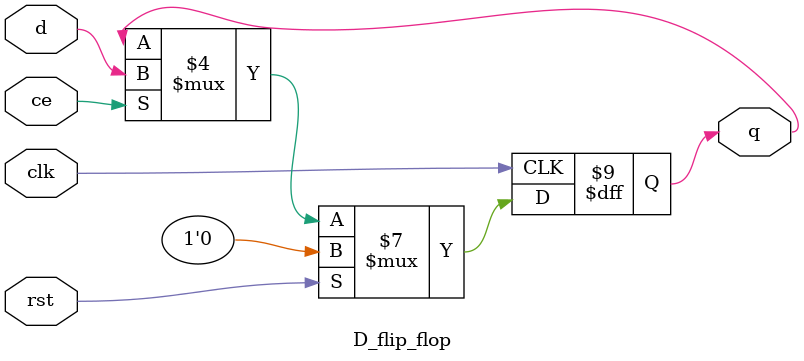
<source format=v>
`timescale 1ns / 1ps


module D_flip_flop(q,d,ce,rst,clk);
output reg q;
input d;
input ce,rst,clk;

always@(posedge clk)
  if(rst)
    q<=1'b0;
  else if(ce==1)
    q<=d;
  else
    q<=q;
 
endmodule

</source>
